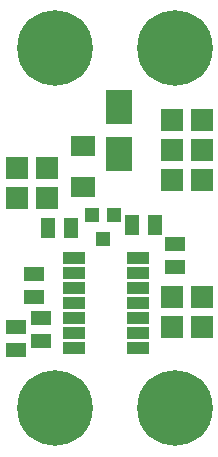
<source format=gbr>
G04 #@! TF.GenerationSoftware,KiCad,Pcbnew,(2018-02-10 revision a04965c36)-makepkg*
G04 #@! TF.CreationDate,2018-07-08T19:26:06+02:00*
G04 #@! TF.ProjectId,PIEZO01A,5049455A4F3031412E6B696361645F70,REV*
G04 #@! TF.SameCoordinates,Original*
G04 #@! TF.FileFunction,Soldermask,Bot*
G04 #@! TF.FilePolarity,Negative*
%FSLAX46Y46*%
G04 Gerber Fmt 4.6, Leading zero omitted, Abs format (unit mm)*
G04 Created by KiCad (PCBNEW (2018-02-10 revision a04965c36)-makepkg) date 07/08/18 19:26:06*
%MOMM*%
%LPD*%
G01*
G04 APERTURE LIST*
%ADD10R,2.200000X2.900000*%
%ADD11R,1.800000X1.289000*%
%ADD12R,1.800000X1.299000*%
%ADD13R,1.924000X1.924000*%
%ADD14C,6.400000*%
%ADD15R,1.200000X1.300000*%
%ADD16R,1.299000X1.800000*%
%ADD17R,1.289000X1.800000*%
%ADD18R,1.900000X1.000000*%
%ADD19R,2.100000X1.700000*%
G04 APERTURE END LIST*
D10*
X10541000Y30575000D03*
X10541000Y26575000D03*
D11*
X1778000Y11938000D03*
D12*
X1778000Y10033000D03*
D11*
X15240000Y17081500D03*
D12*
X15240000Y18986500D03*
X3302000Y14541500D03*
D11*
X3302000Y16446500D03*
D13*
X17526000Y24384000D03*
X14986000Y24384000D03*
X17526000Y26924000D03*
X14986000Y26924000D03*
X17526000Y29464000D03*
X14986000Y29464000D03*
X4445000Y22860000D03*
X1905000Y22860000D03*
X4445000Y25400000D03*
X1905000Y25400000D03*
X14986000Y14478000D03*
X17526000Y14478000D03*
X14986000Y11938000D03*
X17526000Y11938000D03*
D14*
X15240000Y5080000D03*
X5080000Y5080000D03*
X5080000Y35560000D03*
X15240000Y35560000D03*
D15*
X8194000Y21447000D03*
X10094000Y21447000D03*
X9144000Y19447000D03*
D16*
X6413500Y20320000D03*
D17*
X4508500Y20320000D03*
X13525500Y20574000D03*
D16*
X11620500Y20574000D03*
D12*
X3937000Y10795000D03*
D11*
X3937000Y12700000D03*
D18*
X6698000Y10160000D03*
X6698000Y11430000D03*
X6698000Y12700000D03*
X6698000Y13970000D03*
X6698000Y15240000D03*
X6698000Y16510000D03*
X6698000Y17780000D03*
X12098000Y17780000D03*
X12098000Y16510000D03*
X12098000Y15240000D03*
X12098000Y13970000D03*
X12098000Y12700000D03*
X12098000Y11430000D03*
X12098000Y10160000D03*
D19*
X7493000Y23777000D03*
X7493000Y27277000D03*
M02*

</source>
